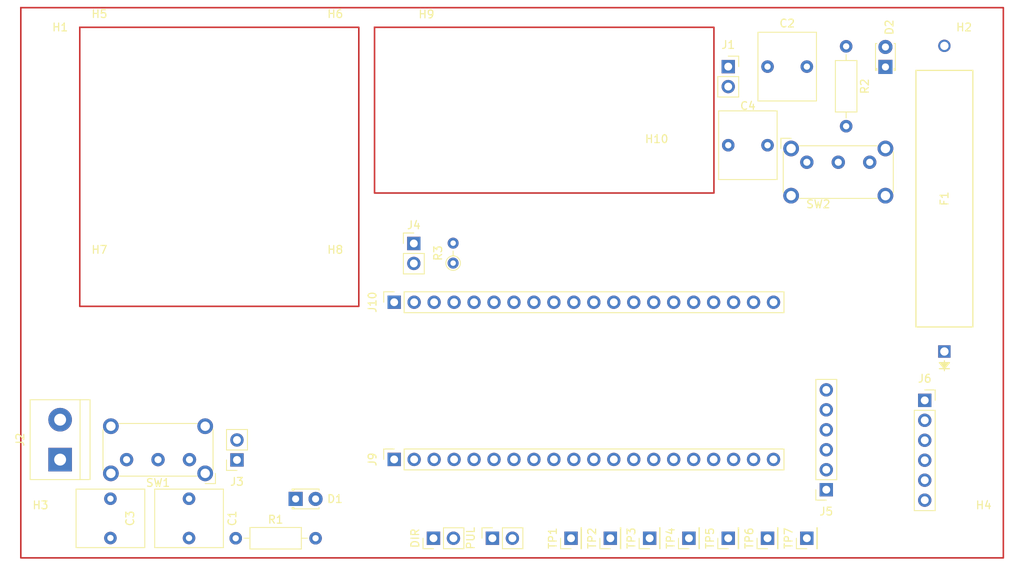
<source format=kicad_pcb>
(kicad_pcb (version 20211014) (generator pcbnew)
  (layers (0 "F.Cu" signal) (31 "B.Cu" signal) (34 "B.Paste" user) (35 "F.Paste" user) (36 "B.SilkS" user "B.Silkscreen") (37 "F.SilkS" user "F.Silkscreen") (38 "B.Mask" user) (39 "F.Mask" user) (44 "Edge.Cuts" user))
  (net 0 "")
  (net 1 "VCC")
  (net 2 "GND")
  (net 3 "+3.3V")
  (net 4 "Net-(D1-Pad2)")
  (net 5 "Net-(D2-Pad2)")
  (net 6 "Net-(F1-Pad1)")
  (net 7 "Net-(F1-Pad2)")
  (net 8 "Net-(J2-Pad2)")
  (net 9 "/Thermistor")
  (net 10 "/DIR_3.3")
  (net 11 "/PUL_3.3")
  (net 15 "/DIR_5")
  (net 16 "/PUL_5")
  (footprint "MountingHole:MountingHole_3.2mm_M3" (layer "F.Cu") (at 47.5 107.5)
    (fp_text reference "H3" (at 0 -4.2) (layer "F.SilkS"))
    (fp_text value "MountingHole")
    (pad "" np_thru_hole circle (at 0 0) (size 3.2 3.2) (drill 3.2) (layers *.Cu *.Mask))
  )
  (footprint "Connector_PinHeader_2.54mm:PinHeader_1x01_P2.54mm_Vertical" (layer "F.Cu") (at 135 107.5 90)
    (fp_text reference "TP5" (at 0 -2.33 90) (layer "F.SilkS"))
    (fp_text value "TestPoint")
    (fp_line (start -1.33 1.27) (end -1.33 1.33) (layer "F.SilkS") (width 0.12))
    (fp_line (start -1.33 1.27) (end 1.33 1.27) (layer "F.SilkS") (width 0.12))
    (fp_line (start -1.33 1.33) (end 1.33 1.33) (layer "F.SilkS") (width 0.12))
    (fp_line (start -1.33 -1.33) (end 0 -1.33) (layer "F.SilkS") (width 0.12))
    (fp_line (start -1.33 0) (end -1.33 -1.33) (layer "F.SilkS") (width 0.12))
    (fp_line (start 1.33 1.27) (end 1.33 1.33) (layer "F.SilkS") (width 0.12))
    (pad "1" thru_hole rect (at 0 0 90) (size 1.7 1.7) (drill 1) (layers *.Cu *.Mask) (net 11 "/PUL_3.3"))
  )
  (footprint "ProjectLibraries:fuse_tht" (layer "F.Cu") (at 162.5 83.7452 90)
    (fp_text reference "F1" (at 19.4437 0 90 unlocked) (layer "F.SilkS"))
    (fp_text value "Fuse")
    (fp_line (start -2.1844 0) (end -1.4224 0.508) (layer "F.SilkS") (width 0.1524))
    (fp_line (start 3.1242 3.6195) (end 35.7632 3.6195) (layer "F.SilkS") (width 0.1524))
    (fp_line (start 35.7632 -3.6195) (end 3.1242 -3.6195) (layer "F.SilkS") (width 0.1524))
    (fp_line (start -2.1844 0) (end -1.4224 -0.127) (layer "F.SilkS") (width 0.1524))
    (fp_line (start -1.4224 -0.635) (end -1.4224 0.635) (layer "F.SilkS") (width 0.1524))
    (fp_line (start -2.1844 -0.635) (end -2.1844 0.635) (layer "F.SilkS") (width 0.1524))
    (fp_line (start -2.1844 0) (end -1.4224 0.635) (layer "F.SilkS") (width 0.1524))
    (fp_line (start -2.1844 0) (end -1.4224 -0.381) (layer "F.SilkS") (width 0.1524))
    (fp_line (start -2.1844 0) (end -1.4224 0.381) (layer "F.SilkS") (width 0.1524))
    (fp_line (start -2.1844 0) (end -1.4224 -0.508) (layer "F.SilkS") (width 0.1524))
    (fp_line (start -2.1844 0) (end -1.4224 0.254) (layer "F.SilkS") (width 0.1524))
    (fp_line (start -2.1844 0) (end -1.4224 -0.635) (layer "F.SilkS") (width 0.1524))
    (fp_line (start -2.1844 0) (end -1.4224 -0.254) (layer "F.SilkS") (width 0.1524))
    (fp_line (start 35.7632 3.6195) (end 35.7632 -3.6195) (layer "F.SilkS") (width 0.1524))
    (fp_line (start -2.1844 0) (end -1.4224 0.127) (layer "F.SilkS") (width 0.1524))
    (fp_line (start -1.1684 0) (end -2.4384 0) (layer "F.SilkS") (width 0.1524))
    (fp_line (start 3.1242 -3.6195) (end 3.1242 3.6195) (layer "F.SilkS") (width 0.1524))
    (pad "1" thru_hole rect (at 0 0 90) (size 1.5748 1.5748) (drill 1.0668) (layers *.Cu *.Mask) (net 6 "Net-(F1-Pad1)"))
    (pad "2" thru_hole circle (at 38.8874 0 90) (size 1.5748 1.5748) (drill 1.0668) (layers *.Cu *.Mask) (net 7 "Net-(F1-Pad2)"))
  )
  (footprint "Button_Switch_THT:SW_E-Switch_EG1224_SPDT_Angled" (layer "F.Cu") (at 66.4575 97.5 180)
    (fp_text reference "SW1" (at 4 -2.95) (layer "F.SilkS"))
    (fp_text value "SW_SPDT")
    (fp_line (start 11 -1.35) (end 11 3.85) (layer "F.SilkS") (width 0.12))
    (fp_line (start -3.3 -3.05) (end -2 -3.05) (layer "F.SilkS") (width 0.12))
    (fp_line (start 8.95 4.6) (end -0.95 4.6) (layer "F.SilkS") (width 0.12))
    (fp_line (start -0.95 -2.1) (end 8.95 -2.1) (layer "F.SilkS") (width 0.12))
    (fp_line (start -3.3 -1.75) (end -3.3 -3.05) (layer "F.SilkS") (width 0.12))
    (fp_line (start -3 3.85) (end -3 -1.35) (layer "F.SilkS") (width 0.12))
    (pad "" thru_hole circle (at 10 -1.75 180) (size 2 2) (drill 1.2) (layers *.Cu *.Mask))
    (pad "" thru_hole circle (at -2 -1.75 180) (size 2 2) (drill 1.2) (layers *.Cu *.Mask))
    (pad "" thru_hole circle (at -2 4.25 180) (size 2 2) (drill 1.2) (layers *.Cu *.Mask))
    (pad "" thru_hole circle (at 10 4.25 180) (size 2 2) (drill 1.2) (layers *.Cu *.Mask))
    (pad "1" thru_hole circle (at 0 0 180) (size 1.7 1.7) (drill 0.9) (layers *.Cu *.Mask) (net 1 "VCC"))
    (pad "2" thru_hole circle (at 4 0 180) (size 1.7 1.7) (drill 0.9) (layers *.Cu *.Mask) (net 8 "Net-(J2-Pad2)"))
    (pad "3" thru_hole circle (at 8 0 180) (size 1.7 1.7) (drill 0.9) (layers *.Cu *.Mask))
  )
  (footprint "LED_THT:LED_D1.8mm_W3.3mm_H2.4mm" (layer "F.Cu") (at 79.96 102.5)
    (fp_text reference "D1" (at 5 0) (layer "F.SilkS"))
    (fp_text value "LED")
    (fp_line (start -0.44 -1.26) (end -0.44 -1.08) (layer "F.SilkS") (width 0.12))
    (fp_line (start -0.44 -1.26) (end 2.98 -1.26) (layer "F.SilkS") (width 0.12))
    (fp_line (start -0.32 -1.26) (end -0.32 -1.08) (layer "F.SilkS") (width 0.12))
    (fp_line (start -0.2 -1.26) (end -0.2 -1.08) (layer "F.SilkS") (width 0.12))
    (fp_line (start -0.32 1.08) (end -0.32 1.26) (layer "F.SilkS") (width 0.12))
    (fp_line (start 2.98 -1.26) (end 2.98 -1.095) (layer "F.SilkS") (width 0.12))
    (fp_line (start -0.44 1.26) (end 2.98 1.26) (layer "F.SilkS") (width 0.12))
    (fp_line (start 2.98 1.095) (end 2.98 1.26) (layer "F.SilkS") (width 0.12))
    (fp_line (start -0.2 1.08) (end -0.2 1.26) (layer "F.SilkS") (width 0.12))
    (fp_line (start -0.44 1.08) (end -0.44 1.26) (layer "F.SilkS") (width 0.12))
    (pad "1" thru_hole rect (at 0 0) (size 1.8 1.8) (drill 0.9) (layers *.Cu *.Mask) (net 2 "GND"))
    (pad "2" thru_hole circle (at 2.54 0) (size 1.8 1.8) (drill 0.9) (layers *.Cu *.Mask) (net 4 "Net-(D1-Pad2)"))
  )
  (footprint "Connector_PinSocket_2.54mm:PinSocket_1x20_P2.54mm_Vertical" (layer "F.Cu") (at 92.5 97.475 90)
    (fp_text reference "J9" (at 0 -2.77 90) (layer "F.SilkS"))
    (fp_text value "Conn_01x20_Female")
    (fp_line (start -1.33 1.27) (end -1.33 49.59) (layer "F.SilkS") (width 0.12))
    (fp_line (start 1.33 -1.33) (end 1.33 0) (layer "F.SilkS") (width 0.12))
    (fp_line (start 0 -1.33) (end 1.33 -1.33) (layer "F.SilkS") (width 0.12))
    (fp_line (start -1.33 49.59) (end 1.33 49.59) (layer "F.SilkS") (width 0.12))
    (fp_line (start 1.33 1.27) (end 1.33 49.59) (layer "F.SilkS") (width 0.12))
    (fp_line (start -1.33 1.27) (end 1.33 1.27) (layer "F.SilkS") (width 0.12))
    (pad "1" thru_hole rect (at 0 0 90) (size 1.7 1.7) (drill 1) (layers *.Cu *.Mask) (net 3 "+3.3V"))
    (pad "2" thru_hole oval (at 0 2.54 90) (size 1.7 1.7) (drill 1) (layers *.Cu *.Mask))
    (pad "3" thru_hole oval (at 0 5.08 90) (size 1.7 1.7) (drill 1) (layers *.Cu *.Mask))
    (pad "4" thru_hole oval (at 0 7.62 90) (size 1.7 1.7) (drill 1) (layers *.Cu *.Mask))
    (pad "5" thru_hole oval (at 0 10.16 90) (size 1.7 1.7) (drill 1) (layers *.Cu *.Mask))
    (pad "6" thru_hole oval (at 0 12.7 90) (size 1.7 1.7) (drill 1) (layers *.Cu *.Mask))
    (pad "7" thru_hole oval (at 0 15.24 90) (size 1.7 1.7) (drill 1) (layers *.Cu *.Mask))
    (pad "8" thru_hole oval (at 0 17.78 90) (size 1.7 1.7) (drill 1) (layers *.Cu *.Mask))
    (pad "9" thru_hole oval (at 0 20.32 90) (size 1.7 1.7) (drill 1) (layers *.Cu *.Mask))
    (pad "10" thru_hole oval (at 0 22.86 90) (size 1.7 1.7) (drill 1) (layers *.Cu *.Mask))
    (pad "11" thru_hole oval (at 0 25.4 90) (size 1.7 1.7) (drill 1) (layers *.Cu *.Mask))
    (pad "12" thru_hole oval (at 0 27.94 90) (size 1.7 1.7) (drill 1) (layers *.Cu *.Mask))
    (pad "13" thru_hole oval (at 0 30.48 90) (size 1.7 1.7) (drill 1) (layers *.Cu *.Mask))
    (pad "14" thru_hole oval (at 0 33.02 90) (size 1.7 1.7) (drill 1) (layers *.Cu *.Mask))
    (pad "15" thru_hole oval (at 0 35.56 90) (size 1.7 1.7) (drill 1) (layers *.Cu *.Mask))
    (pad "16" thru_hole oval (at 0 38.1 90) (size 1.7 1.7) (drill 1) (layers *.Cu *.Mask))
    (pad "17" thru_hole oval (at 0 40.64 90) (size 1.7 1.7) (drill 1) (layers *.Cu *.Mask))
    (pad "18" thru_hole oval (at 0 43.18 90) (size 1.7 1.7) (drill 1) (layers *.Cu *.Mask))
    (pad "19" thru_hole oval (at 0 45.72 90) (size 1.7 1.7) (drill 1) (layers *.Cu *.Mask))
    (pad "20" thru_hole oval (at 0 48.26 90) (size 1.7 1.7) (drill 1) (layers *.Cu *.Mask))
  )
  (footprint "Capacitor_THT:C_Rect_L7.2mm_W8.5mm_P5.00mm_FKP2_FKP2_MKS2_MKP2" (layer "F.Cu") (at 140 47.5)
    (fp_text reference "C2" (at 2.5 -5.5) (layer "F.SilkS"))
    (fp_text value "100uF")
    (fp_line (start -1.22 -4.37) (end -1.22 4.37) (layer "F.SilkS") (width 0.12))
    (fp_line (start -1.22 4.37) (end 6.22 4.37) (layer "F.SilkS") (width 0.12))
    (fp_line (start -1.22 -4.37) (end 6.22 -4.37) (layer "F.SilkS") (width 0.12))
    (fp_line (start 6.22 -4.37) (end 6.22 4.37) (layer "F.SilkS") (width 0.12))
    (pad "1" thru_hole circle (at 0 0) (size 1.6 1.6) (drill 0.8) (layers *.Cu *.Mask) (net 3 "+3.3V"))
    (pad "2" thru_hole circle (at 5 0) (size 1.6 1.6) (drill 0.8) (layers *.Cu *.Mask) (net 2 "GND"))
  )
  (footprint "MountingHole:MountingHole_3.2mm_M3" (layer "F.Cu") (at 55 45)
    (fp_text reference "H5" (at 0 -4.2) (layer "F.SilkS"))
    (fp_text value "MountingHole")
    (pad "" np_thru_hole circle (at 0 0) (size 3.2 3.2) (drill 3.2) (layers *.Cu *.Mask))
  )
  (footprint "MountingHole:MountingHole_3.2mm_M3" (layer "F.Cu") (at 167.5 42.5)
    (fp_text reference "H2" (at -2.5 0) (layer "F.SilkS"))
    (fp_text value "MountingHole")
    (pad "" np_thru_hole circle (at 0 0) (size 3.2 3.2) (drill 3.2) (layers *.Cu *.Mask))
  )
  (footprint "MountingHole:MountingHole_3.2mm_M3" (layer "F.Cu") (at 167.5 107.5)
    (fp_text reference "H4" (at 0 -4.2) (layer "F.SilkS"))
    (fp_text value "MountingHole")
    (pad "" np_thru_hole circle (at 0 0) (size 3.2 3.2) (drill 3.2) (layers *.Cu *.Mask))
  )
  (footprint "Connector_PinSocket_2.54mm:PinSocket_1x02_P2.54mm_Vertical" (layer "F.Cu") (at 105 107.5 90)
    (fp_text reference "PUL" (at 0 -2.77 90) (layer "F.SilkS"))
    (fp_text value "StepperGND")
    (fp_line (start -1.33 3.87) (end 1.33 3.87) (layer "F.SilkS") (width 0.12))
    (fp_line (start 1.33 1.27) (end 1.33 3.87) (layer "F.SilkS") (width 0.12))
    (fp_line (start 0 -1.33) (end 1.33 -1.33) (layer "F.SilkS") (width 0.12))
    (fp_line (start -1.33 1.27) (end -1.33 3.87) (layer "F.SilkS") (width 0.12))
    (fp_line (start -1.33 1.27) (end 1.33 1.27) (layer "F.SilkS") (width 0.12))
    (fp_line (start 1.33 -1.33) (end 1.33 0) (layer "F.SilkS") (width 0.12))
    (pad "1" thru_hole rect (at 0 0 90) (size 1.7 1.7) (drill 1) (layers *.Cu *.Mask) (net 2 "GND"))
    (pad "2" thru_hole oval (at 0 2.54 90) (size 1.7 1.7) (drill 1) (layers *.Cu *.Mask) (net 2 "GND"))
  )
  (footprint "MountingHole:MountingHole_3.2mm_M3" (layer "F.Cu") (at 47.5 42.5)
    (fp_text reference "H1" (at 2.5 0) (layer "F.SilkS"))
    (fp_text value "MountingHole")
    (pad "" np_thru_hole circle (at 0 0) (size 3.2 3.2) (drill 3.2) (layers *.Cu *.Mask))
  )
  (footprint "Connector_PinHeader_2.54mm:PinHeader_1x02_P2.54mm_Vertical" (layer "F.Cu") (at 97.5 107.5 90)
    (fp_text reference "DIR" (at 0 -2.33 90) (layer "F.SilkS"))
    (fp_text value "StepperSignals")
    (fp_line (start -1.33 -1.33) (end 0 -1.33) (layer "F.SilkS") (width 0.12))
    (fp_line (start -1.33 3.87) (end 1.33 3.87) (layer "F.SilkS") (width 0.12))
    (fp_line (start -1.33 0) (end -1.33 -1.33) (layer "F.SilkS") (width 0.12))
    (fp_line (start -1.33 1.27) (end -1.33 3.87) (layer "F.SilkS") (width 0.12))
    (fp_line (start -1.33 1.27) (end 1.33 1.27) (layer "F.SilkS") (width 0.12))
    (fp_line (start 1.33 1.27) (end 1.33 3.87) (layer "F.SilkS") (width 0.12))
    (pad "1" thru_hole rect (at 0 0 90) (size 1.7 1.7) (drill 1) (layers *.Cu *.Mask) (net 15 "/DIR_5"))
    (pad "2" thru_hole oval (at 0 2.54 90) (size 1.7 1.7) (drill 1) (layers *.Cu *.Mask) (net 16 "/PUL_5"))
  )
  (footprint "Connector_PinHeader_2.54mm:PinHeader_1x01_P2.54mm_Vertical" (layer "F.Cu") (at 120 107.5 90)
    (fp_text reference "TP2" (at 0 -2.33 90) (layer "F.SilkS"))
    (fp_text value "TestPoint")
    (fp_line (start 1.33 1.27) (end 1.33 1.33) (layer "F.SilkS") (width 0.12))
    (fp_line (start -1.33 0) (end -1.33 -1.33) (layer "F.SilkS") (width 0.12))
    (fp_line (start -1.33 1.27) (end 1.33 1.27) (layer "F.SilkS") (width 0.12))
    (fp_line (start -1.33 1.27) (end -1.33 1.33) (layer "F.SilkS") (width 0.12))
    (fp_line (start -1.33 -1.33) (end 0 -1.33) (layer "F.SilkS") (width 0.12))
    (fp_line (start -1.33 1.33) (end 1.33 1.33) (layer "F.SilkS") (width 0.12))
    (pad "1" thru_hole rect (at 0 0 90) (size 1.7 1.7) (drill 1) (layers *.Cu *.Mask) (net 3 "+3.3V"))
  )
  (footprint "Resistor_THT:R_Axial_DIN0207_L6.3mm_D2.5mm_P10.16mm_Horizontal" (layer "F.Cu") (at 150 44.92 -90)
    (fp_text reference "R2" (at 5.08 -2.37 90) (layer "F.SilkS"))
    (fp_text value "500")
    (fp_line (start 8.35 -1.37) (end 1.81 -1.37) (layer "F.SilkS") (width 0.12))
    (fp_line (start 8.35 1.37) (end 8.35 -1.37) (layer "F.SilkS") (width 0.12))
    (fp_line (start 1.81 1.37) (end 8.35 1.37) (layer "F.SilkS") (width 0.12))
    (fp_line (start 1.81 -1.37) (end 1.81 1.37) (layer "F.SilkS") (width 0.12))
    (fp_line (start 9.12 0) (end 8.35 0) (layer "F.SilkS") (width 0.12))
    (fp_line (start 1.04 0) (end 1.81 0) (layer "F.SilkS") (width 0.12))
    (pad "1" thru_hole circle (at 0 0 270) (size 1.6 1.6) (drill 0.8) (layers *.Cu *.Mask) (net 3 "+3.3V"))
    (pad "2" thru_hole oval (at 10.16 0 270) (size 1.6 1.6) (drill 0.8) (layers *.Cu *.Mask) (net 5 "Net-(D2-Pad2)"))
  )
  (footprint "Connector_PinSocket_2.54mm:PinSocket_1x02_P2.54mm_Vertical" (layer "F.Cu") (at 72.5 97.54 180)
    (fp_text reference "J3" (at 0 -2.77) (layer "F.SilkS"))
    (fp_text value "PowerOutput11.1V")
    (fp_line (start -1.33 3.87) (end 1.33 3.87) (layer "F.SilkS") (width 0.12))
    (fp_line (start 1.33 -1.33) (end 1.33 0) (layer "F.SilkS") (width 0.12))
    (fp_line (start -1.33 1.27) (end 1.33 1.27) (layer "F.SilkS") (width 0.12))
    (fp_line (start -1.33 1.27) (end -1.33 3.87) (layer "F.SilkS") (width 0.12))
    (fp_line (start 0 -1.33) (end 1.33 -1.33) (layer "F.SilkS") (width 0.12))
    (fp_line (start 1.33 1.27) (end 1.33 3.87) (layer "F.SilkS") (width 0.12))
    (pad "1" thru_hole rect (at 0 0 180) (size 1.7 1.7) (drill 1) (layers *.Cu *.Mask) (net 2 "GND"))
    (pad "2" thru_hole oval (at 0 2.54 180) (size 1.7 1.7) (drill 1) (layers *.Cu *.Mask) (net 1 "VCC"))
  )
  (footprint "MountingHole:MountingHole_3.2mm_M3" (layer "F.Cu") (at 125.896 60.91)
    (fp_text reference "H10" (at 0 -4.2) (layer "F.SilkS"))
    (fp_text value "MountingHole")
    (pad "" np_thru_hole circle (at 0 0) (size 3.2 3.2) (drill 3.2) (layers *.Cu *.Mask))
  )
  (footprint "Connector_PinSocket_2.54mm:PinSocket_1x20_P2.54mm_Vertical" (layer "F.Cu") (at 92.5 77.475 90)
    (fp_text reference "J10" (at 0 -2.77 90) (layer "F.SilkS"))
    (fp_text value "Conn_01x20_Female")
    (fp_line (start 1.33 1.27) (end 1.33 49.59) (layer "F.SilkS") (width 0.12))
    (fp_line (start -1.33 1.27) (end 1.33 1.27) (layer "F.SilkS") (width 0.12))
    (fp_line (start -1.33 49.59) (end 1.33 49.59) (layer "F.SilkS") (width 0.12))
    (fp_line (start 1.33 -1.33) (end 1.33 0) (layer "F.SilkS") (width 0.12))
    (fp_line (start -1.33 1.27) (end -1.33 49.59) (layer "F.SilkS") (width 0.12))
    (fp_line (start 0 -1.33) (end 1.33 -1.33) (layer "F.SilkS") (width 0.12))
    (pad "1" thru_hole rect (at 0 0 90) (size 1.7 1.7) (drill 1) (layers *.Cu *.Mask))
    (pad "2" thru_hole oval (at 0 2.54 90) (size 1.7 1.7) (drill 1) (layers *.Cu *.Mask))
    (pad "3" thru_hole oval (at 0 5.08 90) (size 1.7 1.7) (drill 1) (layers *.Cu *.Mask) (net 9 "/Thermistor"))
    (pad "4" thru_hole oval (at 0 7.62 90) (size 1.7 1.7) (drill 1) (layers *.Cu *.Mask))
    (pad "5" thru_hole oval (at 0 10.16 90) (size 1.7 1.7) (drill 1) (layers *.Cu *.Mask))
    (pad "6" thru_hole oval (at 0 12.7 90) (size 1.7 1.7) (drill 1) (layers *.Cu *.Mask))
    (pad "7" thru_hole oval (at 0 15.24 90) (size 1.7 1.7) (drill 1) (layers *.Cu *.Mask))
    (pad "8" thru_hole oval (at 0 17.78 90) (size 1.7 1.7) (drill 1) (layers *.Cu *.Mask))
    (pad "9" thru_hole oval (at 0 20.32 90) (size 1.7 1.7) (drill 1) (layers *.Cu *.Mask))
    (pad "10" thru_hole oval (at 0 22.86 90) (size 1.7 1.7) (drill 1) (layers *.Cu *.Mask))
    (pad "11" thru_hole oval (at 0 25.4 90) (size 1.7 1.7) (drill 1) (layers *.Cu *.Mask))
    (pad "12" thru_hole oval (at 0 27.94 90) (size 1.7 1.7) (drill 1) (layers *.Cu *.Mask))
    (pad "13" thru_hole oval (at 0 30.48 90) (size 1.7 1.7) (drill 1) (layers *.Cu *.Mask))
    (pad "14" thru_hole oval (at 0 33.02 90) (size 1.7 1.7) (drill 1) (layers *.Cu *.Mask))
    (pad "15" thru_hole oval (at 0 35.56 90) (size 1.7 1.7) (drill 1) (layers *.Cu *.Mask))
    (pad "16" thru_hole oval (at 0 38.1 90) (size 1.7 1.7) (drill 1) (layers *.Cu *.Mask) (net 11 "/PUL_3.3"))
    (pad "17" thru_hole oval (at 0 40.64 90) (size 1.7 1.7) (drill 1) (layers *.Cu *.Mask) (net 10 "/DIR_3.3"))
    (pad "18" thru_hole oval (at 0 43.18 90) (size 1.7 1.7) (drill 1) (layers *.Cu *.Mask))
    (pad "19" thru_hole oval (at 0 45.72 90) (size 1.7 1.7) (drill 1) (layers *.Cu *.Mask))
    (pad "20" thru_hole oval (at 0 48.26 90) (size 1.7 1.7) (drill 1) (layers *.Cu *.Mask) (net 2 "GND"))
  )
  (footprint "Capacitor_THT:C_Rect_L7.2mm_W8.5mm_P5.00mm_FKP2_FKP2_MKS2_MKP2" (layer "F.Cu") (at 56.4 102.475 -90)
    (fp_text reference "C3" (at 2.5 -2.5 90) (layer "F.SilkS"))
    (fp_text value "10uF")
    (fp_line (start 6.22 -4.37) (end 6.22 4.37) (layer "F.SilkS") (width 0.12))
    (fp_line (start -1.22 -4.37) (end 6.22 -4.37) (layer "F.SilkS") (width 0.12))
    (fp_line (start -1.22 -4.37) (end -1.22 4.37) (layer "F.SilkS") (width 0.12))
    (fp_line (start -1.22 4.37) (end 6.22 4.37) (layer "F.SilkS") (width 0.12))
    (pad "1" thru_hole circle (at 0 0 270) (size 1.6 1.6) (drill 0.8) (layers *.Cu *.Mask) (net 1 "VCC"))
    (pad "2" thru_hole circle (at 5 0 270) (size 1.6 1.6) (drill 0.8) (layers *.Cu *.Mask) (net 2 "GND"))
  )
  (footprint "Connector_PinSocket_2.54mm:PinSocket_1x06_P2.54mm_Vertical" (layer "F.Cu") (at 147.475 101.325 180)
    (fp_text reference "J5" (at 0 -2.77) (layer "F.SilkS"))
    (fp_text value "LogicShifterIn")
    (fp_line (start -1.33 14.03) (end 1.33 14.03) (layer "F.SilkS") (width 0.12))
    (fp_line (start 1.33 1.27) (end 1.33 14.03) (layer "F.SilkS") (width 0.12))
    (fp_line (start 1.33 -1.33) (end 1.33 0) (layer "F.SilkS") (width 0.12))
    (fp_line (start -1.33 1.27) (end 1.33 1.27) (layer "F.SilkS") (width 0.12))
    (fp_line (start 0 -1.33) (end 1.33 -1.33) (layer "F.SilkS") (width 0.12))
    (fp_line (start -1.33 1.27) (end -1.33 14.03) (layer "F.SilkS") (width 0.12))
    (pad "1" thru_hole rect (at 0 0 180) (size 1.7 1.7) (drill 1) (layers *.Cu *.Mask) (net 10 "/DIR_3.3"))
    (pad "2" thru_hole oval (at 0 2.54 180) (size 1.7 1.7) (drill 1) (layers *.Cu *.Mask) (net 11 "/PUL_3.3"))
    (pad "3" thru_hole oval (at 0 5.08 180) (size 1.7 1.7) (drill 1) (layers *.Cu *.Mask))
    (pad "4" thru_hole oval (at 0 7.62 180) (size 1.7 1.7) (drill 1) (layers *.Cu *.Mask) (net 2 "GND"))
    (pad "5" thru_hole oval (at 0 10.16 180) (size 1.7 1.7) (drill 1) (layers *.Cu *.Mask))
    (pad "6" thru_hole oval (at 0 12.7 180) (size 1.7 1.7) (drill 1) (layers *.Cu *.Mask))
  )
  (footprint "Connector_PinHeader_2.54mm:PinHeader_1x01_P2.54mm_Vertical" (layer "F.Cu") (at 115 107.5 90)
    (fp_text reference "TP1" (at 0 -2.33 90) (layer "F.SilkS"))
    (fp_text value "TestPoint")
    (fp_line (start -1.33 0) (end -1.33 -1.33) (layer "F.SilkS") (width 0.12))
    (fp_line (start 1.33 1.27) (end 1.33 1.33) (layer "F.SilkS") (width 0.12))
    (fp_line (start -1.33 1.27) (end 1.33 1.27) (layer "F.SilkS") (width 0.12))
    (fp_line (start -1.33 1.27) (end -1.33 1.33) (layer "F.SilkS") (width 0.12))
    (fp_line (start -1.33 1.33) (end 1.33 1.33) (layer "F.SilkS") (width 0.12))
    (fp_line (start -1.33 -1.33) (end 0 -1.33) (layer "F.SilkS") (width 0.12))
    (pad "1" thru_hole rect (at 0 0 90) (size 1.7 1.7) (drill 1) (layers *.Cu *.Mask) (net 2 "GND"))
  )
  (footprint "MountingHole:MountingHole_3.2mm_M3" (layer "F.Cu") (at 85 45)
    (fp_text reference "H6" (at 0 -4.2) (layer "F.SilkS"))
    (fp_text value "MountingHole")
    (pad "" np_thru_hole circle (at 0 0) (size 3.2 3.2) (drill 3.2) (layers *.Cu *.Mask))
  )
  (footprint "Connector_PinSocket_2.54mm:PinSocket_1x06_P2.54mm_Vertical" (layer "F.Cu") (at 160 89.96)
    (fp_text reference "J6" (at 0 -2.77) (layer "F.SilkS"))
    (fp_text value "LogicShifterOut")
    (fp_line (start -1.33 1.27) (end -1.33 14.03) (layer "F.SilkS") (width 0.12))
    (fp_line (start 1.33 1.27) (end 1.33 14.03) (layer "F.SilkS") (width 0.12))
    (fp_line (start -1.33 1.27) (end 1.33 1.27) (layer "F.SilkS") (width 0.12))
    (fp_line (start 0 -1.33) (end 1.33 -1.33) (layer "F.SilkS") (width 0.12))
    (fp_line (start 1.33 -1.33) (end 1.33 0) (layer "F.SilkS") (width 0.12))
    (fp_line (start -1.33 14.03) (end 1.33 14.03) (layer "F.SilkS") (width 0.12))
    (pad "1" thru_hole rect (at 0 0) (size 1.7 1.7) (drill 1) (layers *.Cu *.Mask) (net 15 "/DIR_5"))
    (pad "2" thru_hole oval (at 0 2.54) (size 1.7 1.7) (drill 1) (layers *.Cu *.Mask) (net 16 "/PUL_5"))
    (pad "3" thru_hole oval (at 0 5.08) (size 1.7 1.7) (drill 1) (layers *.Cu *.Mask))
    (pad "4" thru_hole oval (at 0 7.62) (size 1.7 1.7) (drill 1) (layers *.Cu *.Mask) (net 2 "GND"))
    (pad "5" thru_hole oval (at 0 10.16) (size 1.7 1.7) (drill 1) (layers *.Cu *.Mask))
    (pad "6" thru_hole oval (at 0 12.7) (size 1.7 1.7) (drill 1) (layers *.Cu *.Mask))
  )
  (footprint "Connector_PinHeader_2.54mm:PinHeader_1x02_P2.54mm_Vertical" (layer "F.Cu") (at 95 70)
    (fp_text reference "J4" (at 0 -2.33) (layer "F.SilkS"))
    (fp_text value "Thermistor")
    (fp_line (start -1.33 1.27) (end -1.33 3.87) (layer "F.SilkS") (width 0.12))
    (fp_line (start -1.33 0) (end -1.33 -1.33) (layer "F.SilkS") (width 0.12))
    (fp_line (start -1.33 -1.33) (end 0 -1.33) (layer "F.SilkS") (width 0.12))
    (fp_line (start -1.33 1.27) (end 1.33 1.27) (layer "F.SilkS") (width 0.12))
    (fp_line (start -1.33 3.87) (end 1.33 3.87) (layer "F.SilkS") (width 0.12))
    (fp_line (start 1.33 1.27) (end 1.33 3.87) (layer "F.SilkS") (width 0.12))
    (pad "1" thru_hole rect (at 0 0) (size 1.7 1.7) (drill 1) (layers *.Cu *.Mask) (net 3 "+3.3V"))
    (pad "2" thru_hole oval (at 0 2.54) (size 1.7 1.7) (drill 1) (layers *.Cu *.Mask) (net 9 "/Thermistor"))
  )
  (footprint "MountingHole:MountingHole_3.2mm_M3" (layer "F.Cu") (at 85 75)
    (fp_text reference "H8" (at 0 -4.2) (layer "F.SilkS"))
    (fp_text value "MountingHole")
    (pad "" np_thru_hole circle (at 0 0) (size 3.2 3.2) (drill 3.2) (layers *.Cu *.Mask))
  )
  (footprint "Button_Switch_THT:SW_E-Switch_EG1224_SPDT_Angled" (layer "F.Cu") (at 145 59.6675)
    (fp_text reference "SW2" (at 1.4575 5.3325) (layer "F.SilkS"))
    (fp_text value "SW_SPDT")
    (fp_line (start -0.95 -2.1) (end 8.95 -2.1) (layer "F.SilkS") (width 0.12))
    (fp_line (start -3 3.85) (end -3 -1.35) (layer "F.SilkS") (width 0.12))
    (fp_line (start 11 -1.35) (end 11 3.85) (layer "F.SilkS") (width 0.12))
    (fp_line (start -3.3 -1.75) (end -3.3 -3.05) (layer "F.SilkS") (width 0.12))
    (fp_line (start 8.95 4.6) (end -0.95 4.6) (layer "F.SilkS") (width 0.12))
    (fp_line (start -3.3 -3.05) (end -2 -3.05) (layer "F.SilkS") (width 0.12))
    (pad "" thru_hole circle (at -2 4.25) (size 2 2) (drill 1.2) (layers *.Cu *.Mask))
    (pad "" thru_hole circle (at 10 4.25) (size 2 2) (drill 1.2) (layers *.Cu *.Mask))
    (pad "" thru_hole circle (at -2 -1.75) (size 2 2) (drill 1.2) (layers *.Cu *.Mask))
    (pad "" thru_hole circle (at 10 -1.75) (size 2 2) (drill 1.2) (layers *.Cu *.Mask))
    (pad "1" thru_hole circle (at 0 0) (size 1.7 1.7) (drill 0.9) (layers *.Cu *.Mask) (net 3 "+3.3V"))
    (pad "2" thru_hole circle (at 4 0) (size 1.7 1.7) (drill 0.9) (layers *.Cu *.Mask) (net 7 "Net-(F1-Pad2)"))
    (pad "3" thru_hole circle (at 8 0) (size 1.7 1.7) (drill 0.9) (layers *.Cu *.Mask))
  )
  (footprint "Capacitor_THT:C_Rect_L7.2mm_W8.5mm_P5.00mm_FKP2_FKP2_MKS2_MKP2" (layer "F.Cu") (at 66.4 102.475 -90)
    (fp_text reference "C1" (at 2.5 -5.5 90) (layer "F.SilkS"))
    (fp_text value "1000uF")
    (fp_line (start -1.22 -4.37) (end 6.22 -4.37) (layer "F.SilkS") (width 0.12))
    (fp_line (start -1.22 -4.37) (end -1.22 4.37) (layer "F.SilkS") (width 0.12))
    (fp_line (start 6.22 -4.37) (end 6.22 4.37) (layer "F.SilkS") (width 0.12))
    (fp_line (start -1.22 4.37) (end 6.22 4.37) (layer "F.SilkS") (width 0.12))
    (pad "1" thru_hole circle (at 0 0 270) (size 1.6 1.6) (drill 0.8) (layers *.Cu *.Mask) (net 1 "VCC"))
    (pad "2" thru_hole circle (at 5 0 270) (size 1.6 1.6) (drill 0.8) (layers *.Cu *.Mask) (net 2 "GND"))
  )
  (footprint "Connector_PinSocket_2.54mm:PinSocket_1x02_P2.54mm_Vertical" (layer "F.Cu") (at 135 47.5)
    (fp_text reference "J1" (at 0 -2.77) (layer "F.SilkS"))
    (fp_text value "PowerInput3.3V")
    (fp_line (start -1.33 3.87) (end 1.33 3.87) (layer "F.SilkS") (width 0.12))
    (fp_line (start -1.33 1.27) (end -1.33 3.87) (layer "F.SilkS") (width 0.12))
    (fp_line (start 1.33 -1.33) (end 1.33 0) (layer "F.SilkS") (width 0.12))
    (fp_line (start -1.33 1.27) (end 1.33 1.27) (layer "F.SilkS") (width 0.12))
    (fp_line (start 0 -1.33) (end 1.33 -1.33) (layer "F.SilkS") (width 0.12))
    (fp_line (start 1.33 1.27) (end 1.33 3.87) (layer "F.SilkS") (width 0.12))
    (pad "1" thru_hole rect (at 0 0) (size 1.7 1.7) (drill 1) (layers *.Cu *.Mask) (net 6 "Net-(F1-Pad1)"))
    (pad "2" thru_hole oval (at 0 2.54) (size 1.7 1.7) (drill 1) (layers *.Cu *.Mask) (net 2 "GND"))
  )
  (footprint "Connector_PinHeader_2.54mm:PinHeader_1x01_P2.54mm_Vertical" (layer "F.Cu") (at 125 107.5 90)
    (fp_text reference "TP3" (at 0 -2.33 90) (layer "F.SilkS"))
    (fp_text value "TestPoint")
    (fp_line (start -1.33 1.27) (end -1.33 1.33) (layer "F.SilkS") (width 0.12))
    (fp_line (start -1.33 0) (end -1.33 -1.33) (layer "F.SilkS") (width 0.12))
    (fp_line (start -1.33 1.33) (end 1.33 1.33) (layer "F.SilkS") (width 0.12))
    (fp_line (start -1.33 1.27) (end 1.33 1.27) (layer "F.SilkS") (width 0.12))
    (fp_line (start 1.33 1.27) (end 1.33 1.33) (layer "F.SilkS") (width 0.12))
    (fp_line (start -1.33 -1.33) (end 0 -1.33) (layer "F.SilkS") (width 0.12))
    (pad "1" thru_hole rect (at 0 0 90) (size 1.7 1.7) (drill 1) (layers *.Cu *.Mask) (net 1 "VCC"))
  )
  (footprint "Connector_PinHeader_2.54mm:PinHeader_1x01_P2.54mm_Vertical" (layer "F.Cu") (at 145 107.5 90)
    (fp_text reference "TP7" (at 0 -2.33 90) (layer "F.SilkS"))
    (fp_text value "TestPoint")
    (fp_line (start -1.33 1.27) (end -1.33 1.33) (layer "F.SilkS") (width 0.12))
    (fp_line (start -1.33 1.33) (end 1.33 1.33) (layer "F.SilkS") (width 0.12))
    (fp_line (start -1.33 -1.33) (end 0 -1.33) (layer "F.SilkS") (width 0.12))
    (fp_line (start -1.33 0) (end -1.33 -1.33) (layer "F.SilkS") (width 0.12))
    (fp_line (start -1.33 1.27) (end 1.33 1.27) (layer "F.SilkS") (width 0.12))
    (fp_line (start 1.33 1.27) (end 1.33 1.33) (layer "F.SilkS") (width 0.12))
    (pad "1" thru_hole rect (at 0 0 90) (size 1.7 1.7) (drill 1) (layers *.Cu *.Mask) (net 16 "/PUL_5"))
  )
  (footprint "Resistor_THT:R_Axial_DIN0204_L3.6mm_D1.6mm_P2.54mm_Vertical" (layer "F.Cu") (at 100 72.5 90)
    (fp_text reference "R3" (at 1.27 -1.92 90) (layer "F.SilkS"))
    (fp_text value "100k")
    (fp_line (start 0.92 0) (end 1.54 0) (layer "F.SilkS") (width 0.12))
    (fp_circle (center 0 0) (end 0.92 0) (layer "F.SilkS") (width 0.12) (fill none))
    (pad "1" thru_hole circle (at 0 0 90) (size 1.4 1.4) (drill 0.7) (layers *.Cu *.Mask) (net 9 "/Thermistor"))
    (pad "2" thru_hole oval (at 2.54 0 90) (size 1.4 1.4) (drill 0.7) (layers *.Cu *.Mask) (net 2 "GND"))
  )
  (footprint "Connector_PinHeader_2.54mm:PinHeader_1x01_P2.54mm_Vertical" (layer "F.Cu") (at 140 107.5 90)
    (fp_text reference "TP6" (at 0 -2.33 90) (layer "F.SilkS"))
    (fp_text value "TestPoint")
    (fp_line (start -1.33 1.27) (end -1.33 1.33) (layer "F.SilkS") (width 0.12))
    (fp_line (start -1.33 0) (end -1.33 -1.33) (layer "F.SilkS") (width 0.12))
    (fp_line (start 1.33 1.27) (end 1.33 1.33) (layer "F.SilkS") (width 0.12))
    (fp_line (start -1.33 -1.33) (end 0 -1.33) (layer "F.SilkS") (width 0.12))
    (fp_line (start -1.33 1.33) (end 1.33 1.33) (layer "F.SilkS") (width 0.12))
    (fp_line (start -1.33 1.27) (end 1.33 1.27) (layer "F.SilkS") (width 0.12))
    (pad "1" thru_hole rect (at 0 0 90) (size 1.7 1.7) (drill 1) (layers *.Cu *.Mask) (net 15 "/DIR_5"))
  )
  (footprint "TerminalBlock:TerminalBlock_bornier-2_P5.08mm" (layer "F.Cu") (at 50 97.5 90)
    (fp_text reference "J2" (at 2.54 -5.08 90) (layer "F.SilkS"))
    (fp_text value "PowerInput11.1V")
    (fp_line (start -2.54 3.81) (end 7.62 3.81) (layer "F.SilkS") (width 0.12))
    (fp_line (start -2.54 -3.81) (end -2.54 3.81) (layer "F.SilkS") (width 0.12))
    (fp_line (start 7.62 2.54) (end -2.54 2.54) (layer "F.SilkS") (width 0.12))
    (fp_line (start 7.62 -3.81) (end -2.54 -3.81) (layer "F.SilkS") (width 0.12))
    (fp_line (start 7.62 3.81) (end 7.62 -3.81) (layer "F.SilkS") (width 0.12))
    (pad "1" thru_hole rect (at 0 0 90) (size 3 3) (drill 1.52) (layers *.Cu *.Mask) (net 2 "GND"))
    (pad "2" thru_hole circle (at 5.08 0 90) (size 3 3) (drill 1.52) (layers *.Cu *.Mask) (net 8 "Net-(J2-Pad2)"))
  )
  (footprint "Capacitor_THT:C_Rect_L7.2mm_W8.5mm_P5.00mm_FKP2_FKP2_MKS2_MKP2" (layer "F.Cu") (at 135 57.5)
    (fp_text reference "C4" (at 2.5 -5) (layer "F.SilkS"))
    (fp_text value "10uF")
    (fp_line (start -1.22 -4.37) (end 6.22 -4.37) (layer "F.SilkS") (width 0.12))
    (fp_line (start -1.22 -4.37) (end -1.22 4.37) (layer "F.SilkS") (width 0.12))
    (fp_line (start -1.22 4.37) (end 6.22 4.37) (layer "F.SilkS") (width 0.12))
    (fp_line (start 6.22 -4.37) (end 6.22 4.37) (layer "F.SilkS") (width 0.12))
    (pad "1" thru_hole circle (at 0 0) (size 1.6 1.6) (drill 0.8) (layers *.Cu *.Mask) (net 3 "+3.3V"))
    (pad "2" thru_hole circle (at 5 0) (size 1.6 1.6) (drill 0.8) (layers *.Cu *.Mask) (net 2 "GND"))
  )
  (footprint "MountingHole:MountingHole_3.2mm_M3" (layer "F.Cu") (at 96.604 45.04)
    (fp_text reference "H9" (at 0 -4.2) (layer "F.SilkS"))
    (fp_text value "MountingHole")
    (pad "" np_thru_hole circle (at 0 0) (size 3.2 3.2) (drill 3.2) (layers *.Cu *.Mask))
  )
  (footprint "Resistor_THT:R_Axial_DIN0207_L6.3mm_D2.5mm_P10.16mm_Horizontal" (layer "F.Cu") (at 72.34 107.5)
    (fp_text reference "R1" (at 5.08 -2.37) (layer "F.SilkS"))
    (fp_text value "500")
    (fp_line (start 8.35 -1.37) (end 1.81 -1.37) (layer "F.SilkS") (width 0.12))
    (fp_line (start 8.35 1.37) (end 8.35 -1.37) (layer "F.SilkS") (width 0.12))
    (fp_line (start 9.12 0) (end 8.35 0) (layer "F.SilkS") (width 0.12))
    (fp_line (start 1.81 1.37) (end 8.35 1.37) (layer "F.SilkS") (width 0.12))
    (fp_line (start 1.04 0) (end 1.81 0) (layer "F.SilkS") (width 0.12))
    (fp_line (start 1.81 -1.37) (end 1.81 1.37) (layer "F.SilkS") (width 0.12))
    (pad "1" thru_hole circle (at 0 0) (size 1.6 1.6) (drill 0.8) (layers *.Cu *.Mask) (net 1 "VCC"))
    (pad "2" thru_hole oval (at 10.16 0) (size 1.6 1.6) (drill 0.8) (layers *.Cu *.Mask) (net 4 "Net-(D1-Pad2)"))
  )
  (footprint "LED_THT:LED_D1.8mm_W3.3mm_H2.4mm" (layer "F.Cu") (at 155 47.54 90)
    (fp_text reference "D2" (at 5.04 0.5 90) (layer "F.SilkS"))
    (fp_text value "LED")
    (fp_line (start -0.2 1.08) (end -0.2 1.26) (layer "F.SilkS") (width 0.12))
    (fp_line (start -0.2 -1.26) (end -0.2 -1.08) (layer "F.SilkS") (width 0.12))
    (fp_line (start -0.32 -1.26) (end -0.32 -1.08) (layer "F.SilkS") (width 0.12))
    (fp_line (start -0.32 1.08) (end -0.32 1.26) (layer "F.SilkS") (width 0.12))
    (fp_line (start 2.98 1.095) (end 2.98 1.26) (layer "F.SilkS") (width 0.12))
    (fp_line (start 2.98 -1.26) (end 2.98 -1.095) (layer "F.SilkS") (width 0.12))
    (fp_line (start -0.44 1.08) (end -0.44 1.26) (layer "F.SilkS") (width 0.12))
    (fp_line (start -0.44 -1.26) (end 2.98 -1.26) (layer "F.SilkS") (width 0.12))
    (fp_line (start -0.44 1.26) (end 2.98 1.26) (layer "F.SilkS") (width 0.12))
    (fp_line (start -0.44 -1.26) (end -0.44 -1.08) (layer "F.SilkS") (width 0.12))
    (pad "1" thru_hole rect (at 0 0 90) (size 1.8 1.8) (drill 0.9) (layers *.Cu *.Mask) (net 2 "GND"))
    (pad "2" thru_hole circle (at 2.54 0 90) (size 1.8 1.8) (drill 0.9) (layers *.Cu *.Mask) (net 5 "Net-(D2-Pad2)"))
  )
  (footprint "MountingHole:MountingHole_3.2mm_M3" (layer "F.Cu") (at 55 75)
    (fp_text reference "H7" (at 0 -4.2) (layer "F.SilkS"))
    (fp_text value "MountingHole")
    (pad "" np_thru_hole circle (at 0 0) (size 3.2 3.2) (drill 3.2) (layers *.Cu *.Mask))
  )
  (footprint "Connector_PinHeader_2.54mm:PinHeader_1x01_P2.54mm_Vertical" (layer "F.Cu") (at 130 107.5 90)
    (fp_text reference "TP4" (at 0 -2.33 90) (layer "F.SilkS"))
    (fp_text value "TestPoint")
    (fp_line (start -1.33 0) (end -1.33 -1.33) (layer "F.SilkS") (width 0.12))
    (fp_line (start -1.33 1.33) (end 1.33 1.33) (layer "F.SilkS") (width 0.12))
    (fp_line (start -1.33 1.27) (end 1.33 1.27) (layer "F.SilkS") (width 0.12))
    (fp_line (start -1.33 1.27) (end -1.33 1.33) (layer "F.SilkS") (width 0.12))
    (fp_line (start 1.33 1.27) (end 1.33 1.33) (layer "F.SilkS") (width 0.12))
    (fp_line (start -1.33 -1.33) (end 0 -1.33) (layer "F.SilkS") (width 0.12))
    (pad "1" thru_hole rect (at 0 0 90) (size 1.7 1.7) (drill 1) (layers *.Cu *.Mask) (net 10 "/DIR_3.3"))
  )
  (gr_rect (start 90 42.5) (end 133.18 63.582) (layer "F.Cu") (width 0.2) (fill none))
  (gr_rect (start 52.5 42.5) (end 88 78) (layer "F.Cu") (width 0.2) (fill none))
  (gr_rect (start 45 40) (end 170 110) (layer "F.Cu") (width 0.2) (fill none))
)
</source>
